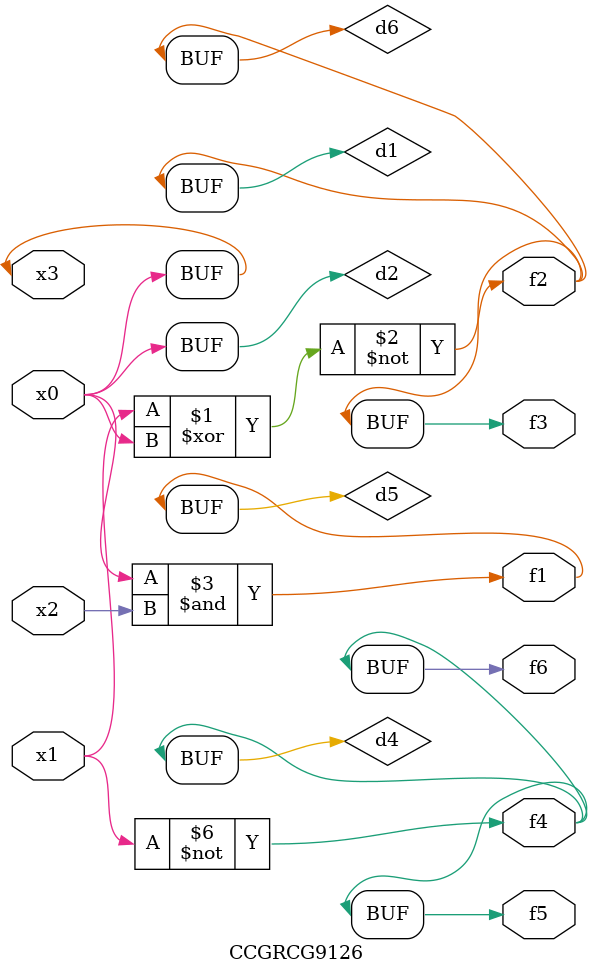
<source format=v>
module CCGRCG9126(
	input x0, x1, x2, x3,
	output f1, f2, f3, f4, f5, f6
);

	wire d1, d2, d3, d4, d5, d6;

	xnor (d1, x1, x3);
	buf (d2, x0, x3);
	nand (d3, x0, x2);
	not (d4, x1);
	nand (d5, d3);
	or (d6, d1);
	assign f1 = d5;
	assign f2 = d6;
	assign f3 = d6;
	assign f4 = d4;
	assign f5 = d4;
	assign f6 = d4;
endmodule

</source>
